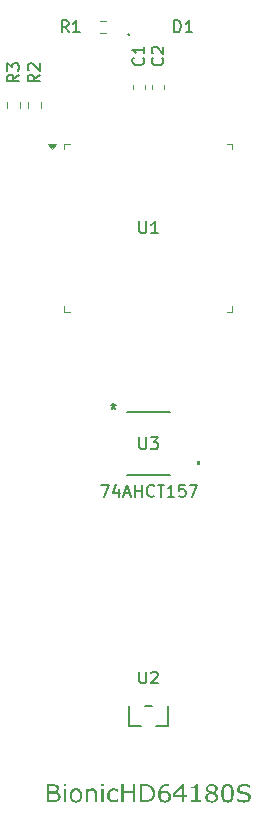
<source format=gbr>
G04 #@! TF.GenerationSoftware,KiCad,Pcbnew,9.0.6*
G04 #@! TF.CreationDate,2025-12-15T20:36:39+09:00*
G04 #@! TF.ProjectId,bionic-hd64180s,62696f6e-6963-42d6-9864-363431383073,1*
G04 #@! TF.SameCoordinates,Original*
G04 #@! TF.FileFunction,Legend,Top*
G04 #@! TF.FilePolarity,Positive*
%FSLAX46Y46*%
G04 Gerber Fmt 4.6, Leading zero omitted, Abs format (unit mm)*
G04 Created by KiCad (PCBNEW 9.0.6) date 2025-12-15 20:36:39*
%MOMM*%
%LPD*%
G01*
G04 APERTURE LIST*
%ADD10C,0.150000*%
%ADD11C,0.120000*%
%ADD12C,0.152400*%
%ADD13C,0.000000*%
G04 APERTURE END LIST*
D10*
G36*
X105718342Y-135650061D02*
G01*
X105811903Y-135658789D01*
X105892940Y-135677697D01*
X105970722Y-135710080D01*
X106023145Y-135743504D01*
X106063206Y-135781259D01*
X106092629Y-135823561D01*
X106120584Y-135897607D01*
X106130548Y-135989433D01*
X106124058Y-136060240D01*
X106105460Y-136121445D01*
X106075227Y-136174905D01*
X106011530Y-136243385D01*
X105927674Y-136298736D01*
X105927674Y-136306887D01*
X106026038Y-136337005D01*
X106106301Y-136382062D01*
X106171489Y-136441984D01*
X106220253Y-136515418D01*
X106250194Y-136601463D01*
X106260699Y-136703477D01*
X106255645Y-136777948D01*
X106241105Y-136844180D01*
X106217651Y-136903420D01*
X106166814Y-136982873D01*
X106101880Y-137046119D01*
X106011312Y-137103884D01*
X105912836Y-137142015D01*
X105802759Y-137162610D01*
X105651069Y-137170500D01*
X105110040Y-137170500D01*
X105110040Y-136994645D01*
X105312915Y-136994645D01*
X105581368Y-136994645D01*
X105708550Y-136990867D01*
X105799538Y-136981089D01*
X105879416Y-136960981D01*
X105938939Y-136931355D01*
X105989654Y-136888258D01*
X106022928Y-136841871D01*
X106042329Y-136787100D01*
X106049581Y-136712178D01*
X106041897Y-136627139D01*
X106021921Y-136568471D01*
X105984977Y-136521005D01*
X105921537Y-136477979D01*
X105868972Y-136457800D01*
X105802102Y-136445373D01*
X105631560Y-136437771D01*
X105312915Y-136437771D01*
X105312915Y-136994645D01*
X105110040Y-136994645D01*
X105110040Y-136261916D01*
X105312915Y-136261916D01*
X105575231Y-136261916D01*
X105665629Y-136259164D01*
X105726815Y-136252207D01*
X105781188Y-136237250D01*
X105831412Y-136211816D01*
X105872896Y-136176248D01*
X105899555Y-136132590D01*
X105914224Y-136081292D01*
X105919522Y-136017551D01*
X105914569Y-135965058D01*
X105901021Y-135924495D01*
X105877404Y-135890704D01*
X105841670Y-135863220D01*
X105789966Y-135841301D01*
X105724800Y-135828965D01*
X105554715Y-135822279D01*
X105312915Y-135822279D01*
X105312915Y-136261916D01*
X105110040Y-136261916D01*
X105110040Y-135646424D01*
X105561859Y-135646424D01*
X105718342Y-135650061D01*
G37*
G36*
X106740728Y-135834003D02*
G01*
X106523474Y-135834003D01*
X106523474Y-135634700D01*
X106740728Y-135634700D01*
X106740728Y-135834003D01*
G37*
G36*
X106728363Y-137170500D02*
G01*
X106535747Y-137170500D01*
X106535747Y-136027443D01*
X106728363Y-136027443D01*
X106728363Y-137170500D01*
G37*
G36*
X107675265Y-136008898D02*
G01*
X107776623Y-136039681D01*
X107864691Y-136089610D01*
X107941670Y-136159700D01*
X108002226Y-136243923D01*
X108046848Y-136343243D01*
X108075077Y-136460554D01*
X108085101Y-136599521D01*
X108075069Y-136738503D01*
X108046828Y-136855710D01*
X108002207Y-136954833D01*
X107941670Y-137038792D01*
X107864725Y-137108619D01*
X107776670Y-137158382D01*
X107675300Y-137189074D01*
X107557445Y-137199809D01*
X107438452Y-137189032D01*
X107336486Y-137158273D01*
X107248284Y-137108501D01*
X107171572Y-137038792D01*
X107111286Y-136954868D01*
X107066833Y-136855757D01*
X107038690Y-136738538D01*
X107028690Y-136599521D01*
X107227443Y-136599521D01*
X107233901Y-136707161D01*
X107251667Y-136794246D01*
X107278888Y-136864350D01*
X107314546Y-136920456D01*
X107361951Y-136967955D01*
X107417082Y-137001685D01*
X107481471Y-137022504D01*
X107557445Y-137029816D01*
X107632349Y-137022603D01*
X107696168Y-137002019D01*
X107751128Y-136968597D01*
X107798696Y-136921463D01*
X107834496Y-136865826D01*
X107861889Y-136795813D01*
X107879816Y-136708296D01*
X107886349Y-136599521D01*
X107879762Y-136487725D01*
X107861800Y-136398966D01*
X107834564Y-136329046D01*
X107799246Y-136274464D01*
X107752027Y-136228370D01*
X107697129Y-136195549D01*
X107633026Y-136175256D01*
X107557445Y-136168127D01*
X107480723Y-136175301D01*
X107416030Y-136195662D01*
X107360989Y-136228491D01*
X107313996Y-136274464D01*
X107278920Y-136329008D01*
X107251852Y-136398911D01*
X107233993Y-136487683D01*
X107227443Y-136599521D01*
X107028690Y-136599521D01*
X107038681Y-136460519D01*
X107066813Y-136343195D01*
X107111267Y-136243889D01*
X107171572Y-136159700D01*
X107248319Y-136089728D01*
X107336534Y-136039791D01*
X107438487Y-136008941D01*
X107557445Y-135998134D01*
X107675265Y-136008898D01*
G37*
G36*
X109340174Y-137170500D02*
G01*
X109147558Y-137170500D01*
X109147558Y-136520295D01*
X109138307Y-136372558D01*
X109124347Y-136308187D01*
X109104510Y-136264664D01*
X109073465Y-136227474D01*
X109030688Y-136200825D01*
X108978533Y-136185634D01*
X108905757Y-136179851D01*
X108826873Y-136189128D01*
X108740710Y-136218685D01*
X108656923Y-136262601D01*
X108575755Y-136317878D01*
X108575755Y-137170500D01*
X108383139Y-137170500D01*
X108383139Y-136027443D01*
X108575755Y-136027443D01*
X108575755Y-136156403D01*
X108668734Y-136089243D01*
X108762234Y-136039991D01*
X108860274Y-136008508D01*
X108959979Y-135998134D01*
X109051785Y-136005899D01*
X109127635Y-136027669D01*
X109190577Y-136062160D01*
X109242812Y-136109509D01*
X109283211Y-136167251D01*
X109313560Y-136238026D01*
X109333122Y-136324525D01*
X109340174Y-136430077D01*
X109340174Y-137170500D01*
G37*
G36*
X109917839Y-135834003D02*
G01*
X109700585Y-135834003D01*
X109700585Y-135634700D01*
X109917839Y-135634700D01*
X109917839Y-135834003D01*
G37*
G36*
X109905474Y-137170500D02*
G01*
X109712858Y-137170500D01*
X109712858Y-136027443D01*
X109905474Y-136027443D01*
X109905474Y-137170500D01*
G37*
G36*
X111133161Y-137096219D02*
G01*
X111037234Y-137138138D01*
X110950253Y-137168210D01*
X110861839Y-137187394D01*
X110766338Y-137193947D01*
X110645732Y-137184579D01*
X110538826Y-137157585D01*
X110472502Y-137128871D01*
X110413693Y-137092267D01*
X110361597Y-137047584D01*
X110316310Y-136995262D01*
X110277667Y-136933576D01*
X110245735Y-136861288D01*
X110223682Y-136785113D01*
X110209715Y-136697908D01*
X110204793Y-136598055D01*
X110215514Y-136458531D01*
X110245716Y-136341101D01*
X110293594Y-136241874D01*
X110358941Y-136157869D01*
X110440886Y-136088897D01*
X110534444Y-136039441D01*
X110641884Y-136008841D01*
X110766338Y-135998134D01*
X110863763Y-136005087D01*
X110959504Y-136025978D01*
X111051519Y-136057292D01*
X111133161Y-136093846D01*
X111133161Y-136308811D01*
X111122902Y-136308811D01*
X111032260Y-136248228D01*
X110941002Y-136204580D01*
X110847012Y-136176969D01*
X110758095Y-136168127D01*
X110677797Y-136175459D01*
X110609311Y-136196350D01*
X110550354Y-136230116D01*
X110499350Y-136277395D01*
X110460255Y-136333980D01*
X110430684Y-136404236D01*
X110411503Y-136491071D01*
X110404554Y-136598055D01*
X110411279Y-136701781D01*
X110429933Y-136786928D01*
X110458847Y-136856689D01*
X110497244Y-136913678D01*
X110547334Y-136961175D01*
X110606206Y-136995253D01*
X110675613Y-137016465D01*
X110758095Y-137023954D01*
X110816569Y-137020212D01*
X110876980Y-137008750D01*
X110935358Y-136990916D01*
X110985607Y-136969274D01*
X111064467Y-136924303D01*
X111122902Y-136883270D01*
X111133161Y-136883270D01*
X111133161Y-137096219D01*
G37*
G36*
X112562439Y-137170500D02*
G01*
X112359565Y-137170500D01*
X112359565Y-136426047D01*
X111598260Y-136426047D01*
X111598260Y-137170500D01*
X111395386Y-137170500D01*
X111395386Y-135646424D01*
X111598260Y-135646424D01*
X111598260Y-136244331D01*
X112359565Y-136244331D01*
X112359565Y-135646424D01*
X112562439Y-135646424D01*
X112562439Y-137170500D01*
G37*
G36*
X113565256Y-135655570D02*
G01*
X113708335Y-135678664D01*
X113833290Y-135718274D01*
X113931268Y-135767233D01*
X114027650Y-135839373D01*
X114108195Y-135925261D01*
X114174076Y-136026161D01*
X114221316Y-136137130D01*
X114250829Y-136264069D01*
X114261179Y-136410019D01*
X114250791Y-136546187D01*
X114220435Y-136671061D01*
X114170503Y-136786641D01*
X114102242Y-136892304D01*
X114022024Y-136978997D01*
X113929161Y-137048683D01*
X113819630Y-137103812D01*
X113696062Y-137141831D01*
X113557396Y-137162433D01*
X113357450Y-137170500D01*
X112972218Y-137170500D01*
X112972218Y-136994645D01*
X113175092Y-136994645D01*
X113365693Y-136994645D01*
X113507537Y-136988887D01*
X113621323Y-136973212D01*
X113726337Y-136942460D01*
X113821633Y-136893620D01*
X113891606Y-136839800D01*
X113948111Y-136776515D01*
X113992267Y-136702836D01*
X114022585Y-136621951D01*
X114042124Y-136524384D01*
X114049145Y-136406905D01*
X114041531Y-136289169D01*
X114020154Y-136189834D01*
X113986589Y-136105937D01*
X113938273Y-136030289D01*
X113876579Y-135966319D01*
X113800109Y-135913046D01*
X113707127Y-135869808D01*
X113608501Y-135842154D01*
X113502123Y-135827669D01*
X113365693Y-135822279D01*
X113175092Y-135822279D01*
X113175092Y-136994645D01*
X112972218Y-136994645D01*
X112972218Y-135646424D01*
X113353328Y-135646424D01*
X113565256Y-135655570D01*
G37*
G36*
X115373827Y-135622244D02*
G01*
X115456900Y-135640471D01*
X115456900Y-135834003D01*
X115446642Y-135834003D01*
X115360088Y-135806159D01*
X115301689Y-135796281D01*
X115241753Y-135792970D01*
X115133353Y-135802273D01*
X115040417Y-135828780D01*
X114960093Y-135871489D01*
X114890318Y-135930906D01*
X114833360Y-136003146D01*
X114788690Y-136087888D01*
X114756445Y-136187170D01*
X114737635Y-136303590D01*
X114824533Y-136257136D01*
X114907170Y-136224547D01*
X114994480Y-136204606D01*
X115100336Y-136197436D01*
X115194654Y-136202190D01*
X115271978Y-136215296D01*
X115345062Y-136241242D01*
X115424110Y-136287287D01*
X115479697Y-136332867D01*
X115524659Y-136385051D01*
X115559848Y-136444457D01*
X115584340Y-136509275D01*
X115599923Y-136585486D01*
X115605461Y-136675175D01*
X115595352Y-136788552D01*
X115566268Y-136887706D01*
X115518876Y-136975335D01*
X115452229Y-137053355D01*
X115371342Y-137117425D01*
X115282955Y-137162743D01*
X115185493Y-137190318D01*
X115076797Y-137199809D01*
X114967470Y-137190839D01*
X114871816Y-137165096D01*
X114784952Y-137121857D01*
X114708876Y-137061781D01*
X114656115Y-137001141D01*
X114610778Y-136926900D01*
X114573138Y-136836925D01*
X114547728Y-136742326D01*
X114531358Y-136630705D01*
X114527558Y-136545390D01*
X114732506Y-136545390D01*
X114741925Y-136696453D01*
X114765754Y-136797724D01*
X114806622Y-136882482D01*
X114857528Y-136943812D01*
X114907159Y-136982797D01*
X114959377Y-137009116D01*
X115015963Y-137024518D01*
X115078812Y-137029816D01*
X115152203Y-137023689D01*
X115214305Y-137006346D01*
X115267187Y-136978618D01*
X115312369Y-136940331D01*
X115347963Y-136893444D01*
X115374434Y-136836408D01*
X115391374Y-136767134D01*
X115397457Y-136682960D01*
X115389790Y-136593695D01*
X115369247Y-136527255D01*
X115332896Y-136470600D01*
X115276557Y-136420002D01*
X115226946Y-136393285D01*
X115171960Y-136377596D01*
X115052159Y-136367429D01*
X114966955Y-136372637D01*
X114890226Y-136387671D01*
X114815792Y-136412883D01*
X114736536Y-136450319D01*
X114733514Y-136493367D01*
X114732506Y-136545390D01*
X114527558Y-136545390D01*
X114525510Y-136499412D01*
X114530727Y-136364746D01*
X114545574Y-136245696D01*
X114569016Y-136140558D01*
X114604205Y-136039220D01*
X114650454Y-135946849D01*
X114707868Y-135862487D01*
X114773191Y-135791679D01*
X114850291Y-135731664D01*
X114940510Y-135682053D01*
X115037502Y-135646857D01*
X115147425Y-135624826D01*
X115272436Y-135617115D01*
X115373827Y-135622244D01*
G37*
G36*
X116726352Y-136572593D02*
G01*
X116952857Y-136572593D01*
X116952857Y-136742586D01*
X116726352Y-136742586D01*
X116726352Y-137170500D01*
X116529615Y-137170500D01*
X116529615Y-136742586D01*
X115798993Y-136742586D01*
X115798993Y-136572593D01*
X115938394Y-136572593D01*
X116529615Y-136572593D01*
X116529615Y-135890240D01*
X115938394Y-136572593D01*
X115798993Y-136572593D01*
X115798993Y-136506922D01*
X116537858Y-135646424D01*
X116726352Y-135646424D01*
X116726352Y-136572593D01*
G37*
G36*
X118165889Y-137170500D02*
G01*
X117340012Y-137170500D01*
X117340012Y-137012230D01*
X117657650Y-137012230D01*
X117657650Y-135998134D01*
X117340012Y-135998134D01*
X117340012Y-135857450D01*
X117478315Y-135846825D01*
X117547188Y-135832586D01*
X117590056Y-135815868D01*
X117632684Y-135786613D01*
X117664245Y-135751479D01*
X117685002Y-135707877D01*
X117695569Y-135646424D01*
X117854388Y-135646424D01*
X117854388Y-137012230D01*
X118165889Y-137012230D01*
X118165889Y-137170500D01*
G37*
G36*
X119171841Y-135624749D02*
G01*
X119269065Y-135646253D01*
X119351714Y-135680164D01*
X119422061Y-135725925D01*
X119482730Y-135785237D01*
X119524625Y-135850100D01*
X119549741Y-135921783D01*
X119558348Y-136002347D01*
X119551467Y-136069010D01*
X119530414Y-136135903D01*
X119493776Y-136204214D01*
X119445219Y-136264266D01*
X119382733Y-136315842D01*
X119304183Y-136359186D01*
X119304183Y-136365322D01*
X119396371Y-136411498D01*
X119468419Y-136461722D01*
X119523452Y-136515715D01*
X119564793Y-136579144D01*
X119590305Y-136654041D01*
X119599289Y-136743410D01*
X119589524Y-136837960D01*
X119561016Y-136922482D01*
X119513541Y-136999259D01*
X119445050Y-137069749D01*
X119364774Y-137125655D01*
X119274665Y-137166060D01*
X119172925Y-137191088D01*
X119057253Y-137199809D01*
X118933465Y-137190969D01*
X118828325Y-137166015D01*
X118738731Y-137126486D01*
X118662221Y-137072772D01*
X118597476Y-137004198D01*
X118552158Y-136928293D01*
X118524692Y-136843496D01*
X118515217Y-136747440D01*
X118517106Y-136728756D01*
X118722213Y-136728756D01*
X118733089Y-136815102D01*
X118764593Y-136888848D01*
X118817468Y-136953062D01*
X118885586Y-137001618D01*
X118965145Y-137031199D01*
X119059360Y-137041539D01*
X119156434Y-137032364D01*
X119234883Y-137006774D01*
X119298596Y-136966160D01*
X119347877Y-136910426D01*
X119377740Y-136842583D01*
X119388263Y-136758889D01*
X119383151Y-136698470D01*
X119368980Y-136649829D01*
X119346773Y-136610603D01*
X119315292Y-136577529D01*
X119263426Y-136540323D01*
X119184290Y-136498404D01*
X119078777Y-136457188D01*
X118926095Y-136403882D01*
X118868254Y-136440950D01*
X118819147Y-136485398D01*
X118777992Y-136537697D01*
X118747141Y-136596120D01*
X118728557Y-136659369D01*
X118722213Y-136728756D01*
X118517106Y-136728756D01*
X118523470Y-136665789D01*
X118547873Y-136590281D01*
X118588948Y-136519287D01*
X118643437Y-136457195D01*
X118712075Y-136403194D01*
X118796952Y-136357171D01*
X118796952Y-136351034D01*
X118717776Y-136303354D01*
X118658258Y-136255951D01*
X118615052Y-136208793D01*
X118583013Y-136154522D01*
X118563151Y-136090897D01*
X118556159Y-136015628D01*
X118558871Y-135990532D01*
X118762147Y-135990532D01*
X118772732Y-136059758D01*
X118803638Y-136117752D01*
X118853140Y-136166445D01*
X118929209Y-136213281D01*
X119038294Y-136261367D01*
X119177146Y-136310368D01*
X119241630Y-136261584D01*
X119287257Y-136215084D01*
X119317555Y-136170417D01*
X119346403Y-136093678D01*
X119356481Y-136002805D01*
X119346850Y-135934052D01*
X119319036Y-135876956D01*
X119271943Y-135828599D01*
X119212483Y-135793431D01*
X119141528Y-135771455D01*
X119056246Y-135763661D01*
X118972107Y-135771074D01*
X118902497Y-135791896D01*
X118844579Y-135825027D01*
X118798576Y-135870935D01*
X118771506Y-135925166D01*
X118762147Y-135990532D01*
X118558871Y-135990532D01*
X118565010Y-135933721D01*
X118590945Y-135860201D01*
X118634401Y-135793031D01*
X118697575Y-135730963D01*
X118770851Y-135682350D01*
X118853978Y-135646933D01*
X118948713Y-135624847D01*
X119057253Y-135617115D01*
X119171841Y-135624749D01*
G37*
G36*
X120502648Y-135625872D02*
G01*
X120594744Y-135650581D01*
X120672685Y-135689879D01*
X120738801Y-135743781D01*
X120794461Y-135813669D01*
X120845018Y-135912290D01*
X120884767Y-136039674D01*
X120911274Y-136202264D01*
X120921040Y-136407454D01*
X120914478Y-136581302D01*
X120896423Y-136724003D01*
X120869021Y-136840098D01*
X120833972Y-136933690D01*
X120792446Y-137008383D01*
X120736220Y-137076425D01*
X120669950Y-137128959D01*
X120592298Y-137167255D01*
X120501053Y-137191302D01*
X120393292Y-137199809D01*
X120283816Y-137191140D01*
X120191660Y-137166695D01*
X120113728Y-137127856D01*
X120047682Y-137074665D01*
X119992123Y-137005819D01*
X119941823Y-136908504D01*
X119902092Y-136781433D01*
X119875478Y-136617725D01*
X119865636Y-136409469D01*
X120073639Y-136409469D01*
X120076738Y-136561861D01*
X120084905Y-136675358D01*
X120103048Y-136778568D01*
X120133082Y-136866875D01*
X120174797Y-136937962D01*
X120228886Y-136988050D01*
X120272169Y-137010295D01*
X120326140Y-137024623D01*
X120393384Y-137029816D01*
X120456514Y-137024996D01*
X120509130Y-137011480D01*
X120553119Y-136990157D01*
X120591478Y-136959945D01*
X120624243Y-136920367D01*
X120651579Y-136869898D01*
X120680947Y-136782894D01*
X120700214Y-136675908D01*
X120709552Y-136558718D01*
X120713037Y-136407454D01*
X120709579Y-136257625D01*
X120700214Y-136138543D01*
X120680507Y-136029689D01*
X120650572Y-135945011D01*
X120607158Y-135875046D01*
X120552661Y-135826859D01*
X120509582Y-135805569D01*
X120457194Y-135791984D01*
X120393384Y-135787108D01*
X120330198Y-135791948D01*
X120277721Y-135805503D01*
X120234015Y-135826859D01*
X120178624Y-135875419D01*
X120134090Y-135947026D01*
X120106007Y-136028902D01*
X120086462Y-136143672D01*
X120076992Y-136267702D01*
X120073639Y-136409469D01*
X119865636Y-136409469D01*
X119875623Y-136199576D01*
X119902596Y-136035054D01*
X119942814Y-135907766D01*
X119993680Y-135810647D01*
X120049836Y-135741800D01*
X120116108Y-135688693D01*
X120193831Y-135650002D01*
X120285238Y-135625710D01*
X120393292Y-135617115D01*
X120502648Y-135625872D01*
G37*
G36*
X122373857Y-136736175D02*
G01*
X122363685Y-136824024D01*
X122332367Y-136912579D01*
X122282518Y-136993139D01*
X122216046Y-137060315D01*
X122128355Y-137118213D01*
X122024896Y-137162897D01*
X121909597Y-137189872D01*
X121762121Y-137199809D01*
X121601656Y-137191737D01*
X121465457Y-137169126D01*
X121334306Y-137131600D01*
X121197553Y-137078176D01*
X121197553Y-136824652D01*
X121211933Y-136824652D01*
X121292300Y-136883031D01*
X121381126Y-136932171D01*
X121479288Y-136972113D01*
X121581477Y-137001649D01*
X121676129Y-137018535D01*
X121764227Y-137023954D01*
X121888397Y-137014919D01*
X121984284Y-136990460D01*
X122057777Y-136953337D01*
X122104921Y-136913800D01*
X122137085Y-136869949D01*
X122156255Y-136820888D01*
X122162832Y-136764934D01*
X122156456Y-136699044D01*
X122139345Y-136650548D01*
X122113098Y-136615183D01*
X122054604Y-136574437D01*
X121961972Y-136540261D01*
X121795460Y-136506464D01*
X121605408Y-136472576D01*
X121503607Y-136444910D01*
X121421512Y-136410634D01*
X121356034Y-136370664D01*
X121304623Y-136325389D01*
X121262608Y-136270650D01*
X121232260Y-136208238D01*
X121213406Y-136136695D01*
X121206804Y-136054096D01*
X121216968Y-135962318D01*
X121246654Y-135880805D01*
X121296336Y-135807101D01*
X121368646Y-135739755D01*
X121452106Y-135687588D01*
X121547022Y-135649392D01*
X121655380Y-135625494D01*
X121779615Y-135617115D01*
X121936713Y-135625094D01*
X122074629Y-135647798D01*
X122204311Y-135683069D01*
X122312400Y-135723544D01*
X122312400Y-135962963D01*
X122298020Y-135962963D01*
X122237087Y-135918888D01*
X122161520Y-135878194D01*
X122068951Y-135841330D01*
X121973396Y-135814412D01*
X121876767Y-135798338D01*
X121778516Y-135792970D01*
X121671696Y-135801352D01*
X121585767Y-135824516D01*
X121516657Y-135860564D01*
X121460447Y-135911513D01*
X121428553Y-135968644D01*
X121417830Y-136034587D01*
X121423862Y-136096346D01*
X121440579Y-136145339D01*
X121467014Y-136184338D01*
X121503535Y-136214844D01*
X121559222Y-136242886D01*
X121640213Y-136267412D01*
X121826692Y-136302308D01*
X122031582Y-136344348D01*
X122141431Y-136382082D01*
X122225221Y-136427892D01*
X122287762Y-136480819D01*
X122324026Y-136528636D01*
X122350794Y-136585806D01*
X122367793Y-136654190D01*
X122373857Y-136736175D01*
G37*
X109704771Y-110307818D02*
X110371437Y-110307818D01*
X110371437Y-110307818D02*
X109942866Y-111307818D01*
X111180961Y-110641151D02*
X111180961Y-111307818D01*
X110942866Y-110260199D02*
X110704771Y-110974484D01*
X110704771Y-110974484D02*
X111323818Y-110974484D01*
X111657152Y-111022103D02*
X112133342Y-111022103D01*
X111561914Y-111307818D02*
X111895247Y-110307818D01*
X111895247Y-110307818D02*
X112228580Y-111307818D01*
X112561914Y-111307818D02*
X112561914Y-110307818D01*
X112561914Y-110784008D02*
X113133342Y-110784008D01*
X113133342Y-111307818D02*
X113133342Y-110307818D01*
X114180961Y-111212579D02*
X114133342Y-111260199D01*
X114133342Y-111260199D02*
X113990485Y-111307818D01*
X113990485Y-111307818D02*
X113895247Y-111307818D01*
X113895247Y-111307818D02*
X113752390Y-111260199D01*
X113752390Y-111260199D02*
X113657152Y-111164960D01*
X113657152Y-111164960D02*
X113609533Y-111069722D01*
X113609533Y-111069722D02*
X113561914Y-110879246D01*
X113561914Y-110879246D02*
X113561914Y-110736389D01*
X113561914Y-110736389D02*
X113609533Y-110545913D01*
X113609533Y-110545913D02*
X113657152Y-110450675D01*
X113657152Y-110450675D02*
X113752390Y-110355437D01*
X113752390Y-110355437D02*
X113895247Y-110307818D01*
X113895247Y-110307818D02*
X113990485Y-110307818D01*
X113990485Y-110307818D02*
X114133342Y-110355437D01*
X114133342Y-110355437D02*
X114180961Y-110403056D01*
X114466676Y-110307818D02*
X115038104Y-110307818D01*
X114752390Y-111307818D02*
X114752390Y-110307818D01*
X115895247Y-111307818D02*
X115323819Y-111307818D01*
X115609533Y-111307818D02*
X115609533Y-110307818D01*
X115609533Y-110307818D02*
X115514295Y-110450675D01*
X115514295Y-110450675D02*
X115419057Y-110545913D01*
X115419057Y-110545913D02*
X115323819Y-110593532D01*
X116800009Y-110307818D02*
X116323819Y-110307818D01*
X116323819Y-110307818D02*
X116276200Y-110784008D01*
X116276200Y-110784008D02*
X116323819Y-110736389D01*
X116323819Y-110736389D02*
X116419057Y-110688770D01*
X116419057Y-110688770D02*
X116657152Y-110688770D01*
X116657152Y-110688770D02*
X116752390Y-110736389D01*
X116752390Y-110736389D02*
X116800009Y-110784008D01*
X116800009Y-110784008D02*
X116847628Y-110879246D01*
X116847628Y-110879246D02*
X116847628Y-111117341D01*
X116847628Y-111117341D02*
X116800009Y-111212579D01*
X116800009Y-111212579D02*
X116752390Y-111260199D01*
X116752390Y-111260199D02*
X116657152Y-111307818D01*
X116657152Y-111307818D02*
X116419057Y-111307818D01*
X116419057Y-111307818D02*
X116323819Y-111260199D01*
X116323819Y-111260199D02*
X116276200Y-111212579D01*
X117180962Y-110307818D02*
X117847628Y-110307818D01*
X117847628Y-110307818D02*
X117419057Y-111307818D01*
X102724819Y-75576866D02*
X102248628Y-75910199D01*
X102724819Y-76148294D02*
X101724819Y-76148294D01*
X101724819Y-76148294D02*
X101724819Y-75767342D01*
X101724819Y-75767342D02*
X101772438Y-75672104D01*
X101772438Y-75672104D02*
X101820057Y-75624485D01*
X101820057Y-75624485D02*
X101915295Y-75576866D01*
X101915295Y-75576866D02*
X102058152Y-75576866D01*
X102058152Y-75576866D02*
X102153390Y-75624485D01*
X102153390Y-75624485D02*
X102201009Y-75672104D01*
X102201009Y-75672104D02*
X102248628Y-75767342D01*
X102248628Y-75767342D02*
X102248628Y-76148294D01*
X101724819Y-75243532D02*
X101724819Y-74624485D01*
X101724819Y-74624485D02*
X102105771Y-74957818D01*
X102105771Y-74957818D02*
X102105771Y-74814961D01*
X102105771Y-74814961D02*
X102153390Y-74719723D01*
X102153390Y-74719723D02*
X102201009Y-74672104D01*
X102201009Y-74672104D02*
X102296247Y-74624485D01*
X102296247Y-74624485D02*
X102534342Y-74624485D01*
X102534342Y-74624485D02*
X102629580Y-74672104D01*
X102629580Y-74672104D02*
X102677200Y-74719723D01*
X102677200Y-74719723D02*
X102724819Y-74814961D01*
X102724819Y-74814961D02*
X102724819Y-75100675D01*
X102724819Y-75100675D02*
X102677200Y-75195913D01*
X102677200Y-75195913D02*
X102629580Y-75243532D01*
X112938095Y-106284819D02*
X112938095Y-107094342D01*
X112938095Y-107094342D02*
X112985714Y-107189580D01*
X112985714Y-107189580D02*
X113033333Y-107237200D01*
X113033333Y-107237200D02*
X113128571Y-107284819D01*
X113128571Y-107284819D02*
X113319047Y-107284819D01*
X113319047Y-107284819D02*
X113414285Y-107237200D01*
X113414285Y-107237200D02*
X113461904Y-107189580D01*
X113461904Y-107189580D02*
X113509523Y-107094342D01*
X113509523Y-107094342D02*
X113509523Y-106284819D01*
X113890476Y-106284819D02*
X114509523Y-106284819D01*
X114509523Y-106284819D02*
X114176190Y-106665771D01*
X114176190Y-106665771D02*
X114319047Y-106665771D01*
X114319047Y-106665771D02*
X114414285Y-106713390D01*
X114414285Y-106713390D02*
X114461904Y-106761009D01*
X114461904Y-106761009D02*
X114509523Y-106856247D01*
X114509523Y-106856247D02*
X114509523Y-107094342D01*
X114509523Y-107094342D02*
X114461904Y-107189580D01*
X114461904Y-107189580D02*
X114414285Y-107237200D01*
X114414285Y-107237200D02*
X114319047Y-107284819D01*
X114319047Y-107284819D02*
X114033333Y-107284819D01*
X114033333Y-107284819D02*
X113938095Y-107237200D01*
X113938095Y-107237200D02*
X113890476Y-107189580D01*
X110728200Y-103414619D02*
X110728200Y-103652714D01*
X110490105Y-103557476D02*
X110728200Y-103652714D01*
X110728200Y-103652714D02*
X110966295Y-103557476D01*
X110585343Y-103843190D02*
X110728200Y-103652714D01*
X110728200Y-103652714D02*
X110871057Y-103843190D01*
X115882905Y-71978819D02*
X115882905Y-70978819D01*
X115882905Y-70978819D02*
X116121000Y-70978819D01*
X116121000Y-70978819D02*
X116263857Y-71026438D01*
X116263857Y-71026438D02*
X116359095Y-71121676D01*
X116359095Y-71121676D02*
X116406714Y-71216914D01*
X116406714Y-71216914D02*
X116454333Y-71407390D01*
X116454333Y-71407390D02*
X116454333Y-71550247D01*
X116454333Y-71550247D02*
X116406714Y-71740723D01*
X116406714Y-71740723D02*
X116359095Y-71835961D01*
X116359095Y-71835961D02*
X116263857Y-71931200D01*
X116263857Y-71931200D02*
X116121000Y-71978819D01*
X116121000Y-71978819D02*
X115882905Y-71978819D01*
X117406714Y-71978819D02*
X116835286Y-71978819D01*
X117121000Y-71978819D02*
X117121000Y-70978819D01*
X117121000Y-70978819D02*
X117025762Y-71121676D01*
X117025762Y-71121676D02*
X116930524Y-71216914D01*
X116930524Y-71216914D02*
X116835286Y-71264533D01*
X112938095Y-87993819D02*
X112938095Y-88803342D01*
X112938095Y-88803342D02*
X112985714Y-88898580D01*
X112985714Y-88898580D02*
X113033333Y-88946200D01*
X113033333Y-88946200D02*
X113128571Y-88993819D01*
X113128571Y-88993819D02*
X113319047Y-88993819D01*
X113319047Y-88993819D02*
X113414285Y-88946200D01*
X113414285Y-88946200D02*
X113461904Y-88898580D01*
X113461904Y-88898580D02*
X113509523Y-88803342D01*
X113509523Y-88803342D02*
X113509523Y-87993819D01*
X114509523Y-88993819D02*
X113938095Y-88993819D01*
X114223809Y-88993819D02*
X114223809Y-87993819D01*
X114223809Y-87993819D02*
X114128571Y-88136676D01*
X114128571Y-88136676D02*
X114033333Y-88231914D01*
X114033333Y-88231914D02*
X113938095Y-88279533D01*
X104477419Y-75576866D02*
X104001228Y-75910199D01*
X104477419Y-76148294D02*
X103477419Y-76148294D01*
X103477419Y-76148294D02*
X103477419Y-75767342D01*
X103477419Y-75767342D02*
X103525038Y-75672104D01*
X103525038Y-75672104D02*
X103572657Y-75624485D01*
X103572657Y-75624485D02*
X103667895Y-75576866D01*
X103667895Y-75576866D02*
X103810752Y-75576866D01*
X103810752Y-75576866D02*
X103905990Y-75624485D01*
X103905990Y-75624485D02*
X103953609Y-75672104D01*
X103953609Y-75672104D02*
X104001228Y-75767342D01*
X104001228Y-75767342D02*
X104001228Y-76148294D01*
X103572657Y-75195913D02*
X103525038Y-75148294D01*
X103525038Y-75148294D02*
X103477419Y-75053056D01*
X103477419Y-75053056D02*
X103477419Y-74814961D01*
X103477419Y-74814961D02*
X103525038Y-74719723D01*
X103525038Y-74719723D02*
X103572657Y-74672104D01*
X103572657Y-74672104D02*
X103667895Y-74624485D01*
X103667895Y-74624485D02*
X103763133Y-74624485D01*
X103763133Y-74624485D02*
X103905990Y-74672104D01*
X103905990Y-74672104D02*
X104477419Y-75243532D01*
X104477419Y-75243532D02*
X104477419Y-74624485D01*
X106929333Y-71978819D02*
X106596000Y-71502628D01*
X106357905Y-71978819D02*
X106357905Y-70978819D01*
X106357905Y-70978819D02*
X106738857Y-70978819D01*
X106738857Y-70978819D02*
X106834095Y-71026438D01*
X106834095Y-71026438D02*
X106881714Y-71074057D01*
X106881714Y-71074057D02*
X106929333Y-71169295D01*
X106929333Y-71169295D02*
X106929333Y-71312152D01*
X106929333Y-71312152D02*
X106881714Y-71407390D01*
X106881714Y-71407390D02*
X106834095Y-71455009D01*
X106834095Y-71455009D02*
X106738857Y-71502628D01*
X106738857Y-71502628D02*
X106357905Y-71502628D01*
X107881714Y-71978819D02*
X107310286Y-71978819D01*
X107596000Y-71978819D02*
X107596000Y-70978819D01*
X107596000Y-70978819D02*
X107500762Y-71121676D01*
X107500762Y-71121676D02*
X107405524Y-71216914D01*
X107405524Y-71216914D02*
X107310286Y-71264533D01*
X112938095Y-126122219D02*
X112938095Y-126931742D01*
X112938095Y-126931742D02*
X112985714Y-127026980D01*
X112985714Y-127026980D02*
X113033333Y-127074600D01*
X113033333Y-127074600D02*
X113128571Y-127122219D01*
X113128571Y-127122219D02*
X113319047Y-127122219D01*
X113319047Y-127122219D02*
X113414285Y-127074600D01*
X113414285Y-127074600D02*
X113461904Y-127026980D01*
X113461904Y-127026980D02*
X113509523Y-126931742D01*
X113509523Y-126931742D02*
X113509523Y-126122219D01*
X113938095Y-126217457D02*
X113985714Y-126169838D01*
X113985714Y-126169838D02*
X114080952Y-126122219D01*
X114080952Y-126122219D02*
X114319047Y-126122219D01*
X114319047Y-126122219D02*
X114414285Y-126169838D01*
X114414285Y-126169838D02*
X114461904Y-126217457D01*
X114461904Y-126217457D02*
X114509523Y-126312695D01*
X114509523Y-126312695D02*
X114509523Y-126407933D01*
X114509523Y-126407933D02*
X114461904Y-126550790D01*
X114461904Y-126550790D02*
X113890476Y-127122219D01*
X113890476Y-127122219D02*
X114509523Y-127122219D01*
X113246780Y-74155566D02*
X113294400Y-74203185D01*
X113294400Y-74203185D02*
X113342019Y-74346042D01*
X113342019Y-74346042D02*
X113342019Y-74441280D01*
X113342019Y-74441280D02*
X113294400Y-74584137D01*
X113294400Y-74584137D02*
X113199161Y-74679375D01*
X113199161Y-74679375D02*
X113103923Y-74726994D01*
X113103923Y-74726994D02*
X112913447Y-74774613D01*
X112913447Y-74774613D02*
X112770590Y-74774613D01*
X112770590Y-74774613D02*
X112580114Y-74726994D01*
X112580114Y-74726994D02*
X112484876Y-74679375D01*
X112484876Y-74679375D02*
X112389638Y-74584137D01*
X112389638Y-74584137D02*
X112342019Y-74441280D01*
X112342019Y-74441280D02*
X112342019Y-74346042D01*
X112342019Y-74346042D02*
X112389638Y-74203185D01*
X112389638Y-74203185D02*
X112437257Y-74155566D01*
X113342019Y-73203185D02*
X113342019Y-73774613D01*
X113342019Y-73488899D02*
X112342019Y-73488899D01*
X112342019Y-73488899D02*
X112484876Y-73584137D01*
X112484876Y-73584137D02*
X112580114Y-73679375D01*
X112580114Y-73679375D02*
X112627733Y-73774613D01*
X114872380Y-74154466D02*
X114920000Y-74202085D01*
X114920000Y-74202085D02*
X114967619Y-74344942D01*
X114967619Y-74344942D02*
X114967619Y-74440180D01*
X114967619Y-74440180D02*
X114920000Y-74583037D01*
X114920000Y-74583037D02*
X114824761Y-74678275D01*
X114824761Y-74678275D02*
X114729523Y-74725894D01*
X114729523Y-74725894D02*
X114539047Y-74773513D01*
X114539047Y-74773513D02*
X114396190Y-74773513D01*
X114396190Y-74773513D02*
X114205714Y-74725894D01*
X114205714Y-74725894D02*
X114110476Y-74678275D01*
X114110476Y-74678275D02*
X114015238Y-74583037D01*
X114015238Y-74583037D02*
X113967619Y-74440180D01*
X113967619Y-74440180D02*
X113967619Y-74344942D01*
X113967619Y-74344942D02*
X114015238Y-74202085D01*
X114015238Y-74202085D02*
X114062857Y-74154466D01*
X114062857Y-73773513D02*
X114015238Y-73725894D01*
X114015238Y-73725894D02*
X113967619Y-73630656D01*
X113967619Y-73630656D02*
X113967619Y-73392561D01*
X113967619Y-73392561D02*
X114015238Y-73297323D01*
X114015238Y-73297323D02*
X114062857Y-73249704D01*
X114062857Y-73249704D02*
X114158095Y-73202085D01*
X114158095Y-73202085D02*
X114253333Y-73202085D01*
X114253333Y-73202085D02*
X114396190Y-73249704D01*
X114396190Y-73249704D02*
X114967619Y-73821132D01*
X114967619Y-73821132D02*
X114967619Y-73202085D01*
D11*
X101747500Y-77873276D02*
X101747500Y-78382724D01*
X102792500Y-77873276D02*
X102792500Y-78382724D01*
D12*
X111860576Y-109509700D02*
X115539424Y-109509700D01*
X115539424Y-104150300D02*
X111860576Y-104150300D01*
D13*
G36*
X118068800Y-108645501D02*
G01*
X117814800Y-108645501D01*
X117814800Y-108264501D01*
X118068800Y-108264501D01*
X118068800Y-108645501D01*
G37*
D12*
X112125200Y-72209800D02*
G75*
G02*
X111972800Y-72209800I-76200J0D01*
G01*
X111972800Y-72209800D02*
G75*
G02*
X112125200Y-72209800I76200J0D01*
G01*
D11*
X106590000Y-81429000D02*
X107065000Y-81429000D01*
X106590000Y-81904000D02*
X106590000Y-81429000D01*
X106590000Y-95649000D02*
X106590000Y-95174000D01*
X107065000Y-95649000D02*
X106590000Y-95649000D01*
X120335000Y-81429000D02*
X120810000Y-81429000D01*
X120810000Y-81429000D02*
X120810000Y-81904000D01*
X120810000Y-95174000D02*
X120810000Y-95649000D01*
X120810000Y-95649000D02*
X120335000Y-95649000D01*
X105570000Y-81899000D02*
X105230000Y-81429000D01*
X105910000Y-81429000D01*
X105570000Y-81899000D01*
G36*
X105570000Y-81899000D02*
G01*
X105230000Y-81429000D01*
X105910000Y-81429000D01*
X105570000Y-81899000D01*
G37*
X103525500Y-77873276D02*
X103525500Y-78382724D01*
X104570500Y-77873276D02*
X104570500Y-78382724D01*
X110144724Y-71001500D02*
X109635276Y-71001500D01*
X110144724Y-72046500D02*
X109635276Y-72046500D01*
D12*
X112048000Y-129067000D02*
X112048000Y-130721000D01*
X112048000Y-130721000D02*
X113037060Y-130721000D01*
X113987061Y-129067000D02*
X113412939Y-129067000D01*
X114362940Y-130721000D02*
X115352000Y-130721000D01*
X115352000Y-130721000D02*
X115352000Y-129067000D01*
D11*
X112377200Y-76750267D02*
X112377200Y-76457733D01*
X113397200Y-76750267D02*
X113397200Y-76457733D01*
X114002800Y-76750267D02*
X114002800Y-76457733D01*
X115022800Y-76750267D02*
X115022800Y-76457733D01*
M02*

</source>
